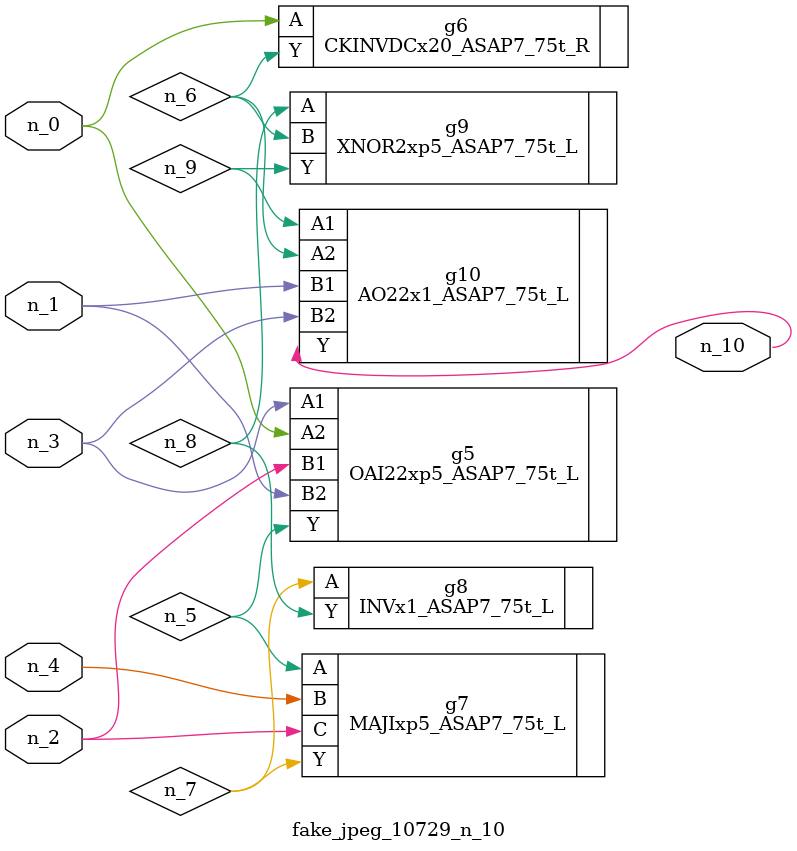
<source format=v>
module fake_jpeg_10729_n_10 (n_3, n_2, n_1, n_0, n_4, n_10);

input n_3;
input n_2;
input n_1;
input n_0;
input n_4;

output n_10;

wire n_8;
wire n_9;
wire n_6;
wire n_5;
wire n_7;

OAI22xp5_ASAP7_75t_L g5 ( 
.A1(n_3),
.A2(n_0),
.B1(n_2),
.B2(n_1),
.Y(n_5)
);

CKINVDCx20_ASAP7_75t_R g6 ( 
.A(n_0),
.Y(n_6)
);

MAJIxp5_ASAP7_75t_L g7 ( 
.A(n_5),
.B(n_4),
.C(n_2),
.Y(n_7)
);

INVx1_ASAP7_75t_L g8 ( 
.A(n_7),
.Y(n_8)
);

XNOR2xp5_ASAP7_75t_L g9 ( 
.A(n_8),
.B(n_6),
.Y(n_9)
);

AO22x1_ASAP7_75t_L g10 ( 
.A1(n_9),
.A2(n_6),
.B1(n_1),
.B2(n_3),
.Y(n_10)
);


endmodule
</source>
